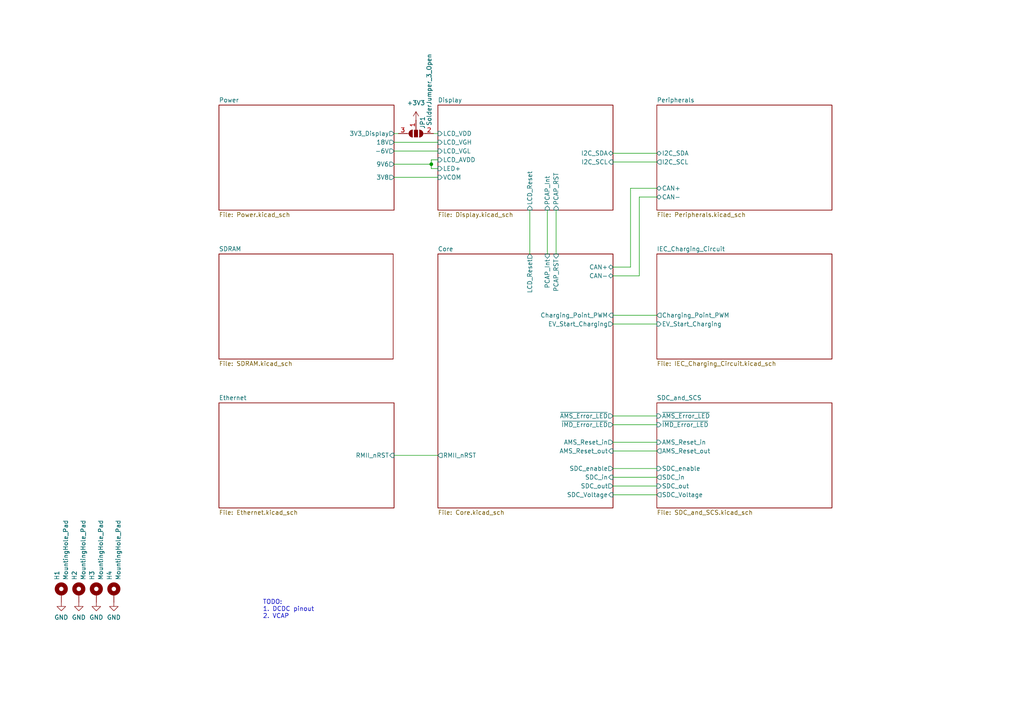
<source format=kicad_sch>
(kicad_sch (version 20250114) (generator "eeschema") (generator_version "9.0")
  (paper "A4")
  (lib_symbols
    (symbol "Jumper:SolderJumper_3_Open" (pin_names (offset 0) (hide yes)) (exclude_from_sim yes) (in_bom no)
      (property "Reference" "JP1" (at -1.905 -3.175 90))
      (property "Value" "SolderJumper_3_Open" (at -3.81 -12.7 90))
      (symbol "SolderJumper_3_Open_0_1"
        (polyline (pts (xy -2.54 0) (xy -2.032 0)))
        (polyline (pts (xy -1.016 1.016) (xy -1.016 -1.016)))
        (arc (start -1.016 -1.016) (mid -2.0276 0) (end -1.016 1.016))
        (arc (start -1.016 -1.016) (mid -2.0276 0) (end -1.016 1.016) (fill (type outline)))
        (rectangle (start -0.508 1.016) (end 0.508 -1.016) (fill (type outline)))
        (polyline (pts (xy 0 -1.27) (xy 0 -1.016)))
        (arc (start 1.016 1.016) (mid 2.0276 0) (end 1.016 -1.016))
        (arc (start 1.016 1.016) (mid 2.0276 0) (end 1.016 -1.016) (fill (type outline)))
        (polyline (pts (xy 1.016 1.016) (xy 1.016 -1.016)))
        (polyline (pts (xy 2.54 0) (xy 2.032 0)))
      )
      (symbol "SolderJumper_3_Open_1_1"
        (pin passive line (at -5.08 0 0) (length 2.54) (name "A") (number "2"))
        (pin passive line (at 0 -3.81 90) (length 2.54) (name "C") (number "1"))
        (pin passive line (at 5.08 0 180) (length 2.54) (name "B") (number "3"))
      )
    )
    (symbol "Mechanical:MountingHole_Pad" (pin_numbers (hide yes)) (pin_names (offset 1.016) (hide yes)) (in_bom no)
      (property "Reference" "H" (at 0 6.35 0))
      (property "Value" "MountingHole_Pad" (at 0 4.445 0))
      (symbol "MountingHole_Pad_0_1"
        (circle (center 0 1.27) (radius 1.27) (stroke (width 1.27)))
      )
      (symbol "MountingHole_Pad_1_1"
        (pin input line (at 0 -2.54 90) (length 2.54) (name "1") (number "1"))
      )
    )
    (symbol "power:+3V3" (power) (pin_numbers (hide yes)) (pin_names (offset 0) (hide yes))
      (property "Value" "+3V3" (at 0 3.556 0))
      (symbol "+3V3_0_1"
        (polyline (pts (xy -0.762 1.27) (xy 0 2.54)))
        (polyline (pts (xy 0 2.54) (xy 0.762 1.27)))
        (polyline (pts (xy 0 0) (xy 0 2.54)))
      )
      (symbol "+3V3_1_1"
        (pin power_in line (at 0 0 90) (length 0) (name "~") (number "1"))
      )
    )
    (symbol "power:GND" (power) (pin_numbers (hide yes)) (pin_names (offset 0) (hide yes))
      (property "Value" "GND" (at 0 -3.81 0))
      (symbol "GND_0_1"
        (polyline (pts (xy 0 0) (xy 0 -1.27) (xy 1.27 -1.27) (xy 0 -2.54) (xy -1.27 -1.27) (xy 0 -1.27)))
      )
      (symbol "GND_1_1"
        (pin power_in line (at 0 0 270) (length 0) (name "~") (number "1"))
      )
    )
  )
  (text "TODO:\n1. DCDC pinout\n2. VCAP\n\n" (at 76.2 177.8 0) (effects (font (size 1.27 1.27)) (justify left)))
  (junction (at 125.095 47.625))
  (wire (pts (xy 177.8 44.45) (xy 190.5 44.45)))
  (wire (pts (xy 177.8 46.99) (xy 190.5 46.99)))
  (wire (pts (xy 177.8 93.98) (xy 190.5 93.98)))
  (wire (pts (xy 177.8 130.81) (xy 190.5 130.81)))
  (wire (pts (xy 182.88 54.61) (xy 190.5 54.61)))
  (wire (pts (xy 190.5 57.15) (xy 185.42 57.15)))
  (wire (pts (xy 114.3 132.08) (xy 127 132.08)))
  (wire (pts (xy 114.3 47.625) (xy 125.095 47.625)))
  (wire (pts (xy 177.8 91.44) (xy 190.5 91.44)))
  (wire (pts (xy 125.095 46.355) (xy 125.095 47.625)))
  (wire (pts (xy 177.8 120.65) (xy 190.5 120.65)))
  (wire (pts (xy 177.8 77.47) (xy 182.88 77.47)))
  (wire (pts (xy 177.8 138.43) (xy 190.5 138.43)))
  (wire (pts (xy 114.3 38.735) (xy 115.57 38.735)))
  (wire (pts (xy 114.3 43.815) (xy 127 43.815)))
  (wire (pts (xy 127 46.355) (xy 125.095 46.355)))
  (wire (pts (xy 177.8 140.97) (xy 190.5 140.97)))
  (wire (pts (xy 182.88 77.47) (xy 182.88 54.61)))
  (wire (pts (xy 114.3 51.435) (xy 127 51.435)))
  (wire (pts (xy 177.8 135.89) (xy 190.5 135.89)))
  (wire (pts (xy 185.42 80.01) (xy 177.8 80.01)))
  (wire (pts (xy 153.67 60.96) (xy 153.67 73.66)))
  (wire (pts (xy 185.42 57.15) (xy 185.42 80.01)))
  (wire (pts (xy 125.095 48.895) (xy 127 48.895)))
  (wire (pts (xy 158.75 60.96) (xy 158.75 73.66)))
  (wire (pts (xy 161.29 60.96) (xy 161.29 73.66)))
  (wire (pts (xy 177.8 143.51) (xy 190.5 143.51)))
  (wire (pts (xy 114.3 41.275) (xy 127 41.275)))
  (wire (pts (xy 125.095 47.625) (xy 125.095 48.895)))
  (wire (pts (xy 177.8 123.19) (xy 190.5 123.19)))
  (wire (pts (xy 125.73 38.735) (xy 127 38.735)))
  (wire (pts (xy 177.8 128.27) (xy 190.5 128.27)))
  (symbol (lib_id "Mechanical:MountingHole_Pad") (at 27.94 172.085 0) (unit 1) (in_bom no)
    (property "Reference" "H3" (at 26.67 168.275 90) (effects (justify left)))
    (property "Value" "MountingHole_Pad" (at 29.21 168.275 90) (effects (justify left)))
    (property "Footprint" "MountingHole:MountingHole_3.2mm_M3_ISO14580_Pad_TopBottom" (effects (hide yes)))
    (property "Description" "Mounting Hole with connection" (effects (hide yes)))
  )
  (symbol (lib_id "Mechanical:MountingHole_Pad") (at 17.78 172.085 0) (unit 1) (in_bom no)
    (property "Reference" "H1" (at 16.51 168.275 90) (effects (justify left)))
    (property "Value" "MountingHole_Pad" (at 19.05 168.275 90) (effects (justify left)))
    (property "Footprint" "MountingHole:MountingHole_3.2mm_M3_ISO14580_Pad_TopBottom" (effects (hide yes)))
    (property "Description" "Mounting Hole with connection" (effects (hide yes)))
  )
  (symbol (lib_id "Mechanical:MountingHole_Pad") (at 22.86 172.085 0) (unit 1) (in_bom no)
    (property "Reference" "H2" (at 21.59 168.275 90) (effects (justify left)))
    (property "Value" "MountingHole_Pad" (at 24.13 168.275 90) (effects (justify left)))
    (property "Footprint" "MountingHole:MountingHole_3.2mm_M3_ISO14580_Pad_TopBottom" (effects (hide yes)))
    (property "Description" "Mounting Hole with connection" (effects (hide yes)))
  )
  (symbol (lib_id "power:GND") (at 33.02 174.625 0) (unit 1)
    (property "Reference" "#PWR0216" (effects (hide yes)))
    (property "Value" "GND" (at 33.02 179.07 0))
    (property "Description" "Power symbol creates a global label with name \"GND\" , ground" (effects (hide yes)))
  )
  (symbol (lib_id "Mechanical:MountingHole_Pad") (at 33.02 172.085 0) (unit 1) (in_bom no)
    (property "Reference" "H4" (at 31.75 168.275 90) (effects (justify left)))
    (property "Value" "MountingHole_Pad" (at 34.29 168.275 90) (effects (justify left)))
    (property "Footprint" "MountingHole:MountingHole_3.2mm_M3_ISO14580_Pad_TopBottom" (effects (hide yes)))
    (property "Description" "Mounting Hole with connection" (effects (hide yes)))
  )
  (symbol (lib_id "Jumper:SolderJumper_3_Open") (at 120.65 38.735 180) (unit 1) (in_bom no)
    (property "Reference" "JP1" (at 122.555 35.56 90))
    (property "Value" "SolderJumper_3_Open" (at 124.46 26.035 90))
    (property "Footprint" "Jumper:SolderJumper-3_P1.3mm_Open_RoundedPad1.0x1.5mm" (effects (hide yes)))
    (property "Description" "Solder Jumper, 3-pole, open" (effects (hide yes)))
  )
  (symbol (lib_id "power:GND") (at 22.86 174.625 0) (unit 1)
    (property "Reference" "#PWR0214" (effects (hide yes)))
    (property "Value" "GND" (at 22.86 179.07 0))
    (property "Description" "Power symbol creates a global label with name \"GND\" , ground" (effects (hide yes)))
  )
  (symbol (lib_id "power:GND") (at 17.78 174.625 0) (unit 1)
    (property "Reference" "#PWR0213" (effects (hide yes)))
    (property "Value" "GND" (at 17.78 179.07 0))
    (property "Description" "Power symbol creates a global label with name \"GND\" , ground" (effects (hide yes)))
  )
  (symbol (lib_id "power:GND") (at 27.94 174.625 0) (unit 1)
    (property "Reference" "#PWR0215" (effects (hide yes)))
    (property "Value" "GND" (at 27.94 179.07 0))
    (property "Description" "Power symbol creates a global label with name \"GND\" , ground" (effects (hide yes)))
  )
  (symbol (lib_id "power:+3V3") (at 120.65 34.925 0) (unit 1)
    (property "Reference" "#PWR01" (effects (hide yes)))
    (property "Value" "+3V3" (at 120.65 29.845 0))
    (property "Description" "Power symbol creates a global label with name \"+3V3\"" (effects (hide yes)))
  )
  (sheet (at 63.5 73.66) (size 50.546 30.48) (stroke (width 0.1524))
    (property "Sheetname" "SDRAM" (at 63.5 72.9484 0) (effects (justify left bottom)))
    (property "Sheetfile" "SDRAM.kicad_sch" (at 63.5 104.7246 0) (effects (justify left top)))
  )
  (sheet (at 127 30.48) (size 50.8 30.48) (stroke (width 0.1524))
    (property "Sheetname" "Display" (at 127 29.7684 0) (effects (justify left bottom)))
    (property "Sheetfile" "Display.kicad_sch" (at 127 61.5446 0) (effects (justify left top)))
    (pin "VCOM" input (at 127 51.435 180))
    (pin "LCD_VDD" input (at 127 38.735 180))
    (pin "LED+" input (at 127 48.895 180))
    (pin "I2C_SCL" input (at 177.8 46.99 0))
    (pin "PCAP_Int" input (at 158.75 60.96 270))
    (pin "I2C_SDA" bidirectional (at 177.8 44.45 0))
    (pin "PCAP_RST" input (at 161.29 60.96 270))
    (pin "LCD_VGH" input (at 127 41.275 180))
    (pin "LCD_VGL" input (at 127 43.815 180))
    (pin "LCD_AVDD" input (at 127 46.355 180))
    (pin "LCD_Reset" input (at 153.67 60.96 270))
  )
  (sheet (at 127 73.66) (size 50.8 73.66) (stroke (width 0.1524))
    (property "Sheetname" "Core" (at 127 72.9484 0) (effects (justify left bottom)))
    (property "Sheetfile" "Core.kicad_sch" (at 127 147.9046 0) (effects (justify left top)))
    (pin "PCAP_RST" input (at 161.29 73.66 90))
    (pin "PCAP_Int" input (at 158.75 73.66 90))
    (pin "~{AMS_Error_LED}" output (at 177.8 120.65 0))
    (pin "~{IMD_Error_LED}" output (at 177.8 123.19 0))
    (pin "SDC_enable" output (at 177.8 135.89 0))
    (pin "AMS_Reset_out" input (at 177.8 130.81 0))
    (pin "SDC_Voltage" input (at 177.8 143.51 0))
    (pin "SDC_in" input (at 177.8 138.43 0))
    (pin "SDC_out" output (at 177.8 140.97 0))
    (pin "AMS_Reset_in" output (at 177.8 128.27 0))
    (pin "EV_Start_Charging" output (at 177.8 93.98 0))
    (pin "Charging_Point_PWM" input (at 177.8 91.44 0))
    (pin "LCD_Reset" output (at 153.67 73.66 90))
    (pin "RMII_nRST" output (at 127 132.08 180))
    (pin "CAN-" bidirectional (at 177.8 80.01 0))
    (pin "CAN+" bidirectional (at 177.8 77.47 0))
  )
  (sheet (at 63.5 116.84) (size 50.8 30.48) (stroke (width 0.1524))
    (property "Sheetname" "Ethernet" (at 63.5 116.1284 0) (effects (justify left bottom)))
    (property "Sheetfile" "Ethernet.kicad_sch" (at 63.5 147.9046 0) (effects (justify left top)))
    (pin "RMII_nRST" input (at 114.3 132.08 0))
  )
  (sheet (at 190.5 116.84) (size 50.8 30.48) (stroke (width 0.1524))
    (property "Sheetname" "SDC_and_SCS" (at 190.5 116.1284 0) (effects (justify left bottom)))
    (property "Sheetfile" "SDC_and_SCS.kicad_sch" (at 190.5 147.9046 0) (effects (justify left top)))
    (pin "~{IMD_Error_LED}" input (at 190.5 123.19 180))
    (pin "~{AMS_Error_LED}" input (at 190.5 120.65 180))
    (pin "AMS_Reset_in" input (at 190.5 128.27 180))
    (pin "AMS_Reset_out" output (at 190.5 130.81 180))
    (pin "SDC_enable" input (at 190.5 135.89 180))
    (pin "SDC_in" output (at 190.5 138.43 180))
    (pin "SDC_Voltage" output (at 190.5 143.51 180))
    (pin "SDC_out" input (at 190.5 140.97 180))
  )
  (sheet (at 190.5 30.48) (size 50.8 30.48) (stroke (width 0.1524))
    (property "Sheetname" "Peripherals" (at 190.5 29.7684 0) (effects (justify left bottom)))
    (property "Sheetfile" "Peripherals.kicad_sch" (at 190.5 61.5446 0) (effects (justify left top)))
    (pin "I2C_SDA" bidirectional (at 190.5 44.45 180))
    (pin "I2C_SCL" output (at 190.5 46.99 180))
    (pin "CAN-" bidirectional (at 190.5 57.15 180))
    (pin "CAN+" bidirectional (at 190.5 54.61 180))
  )
  (sheet (at 190.5 73.66) (size 50.8 30.48) (stroke (width 0.1524))
    (property "Sheetname" "IEC_Charging_Circuit" (at 190.5 72.9484 0) (effects (justify left bottom)))
    (property "Sheetfile" "IEC_Charging_Circuit.kicad_sch" (at 190.5 104.7246 0) (effects (justify left top)))
    (pin "Charging_Point_PWM" output (at 190.5 91.44 180))
    (pin "EV_Start_Charging" input (at 190.5 93.98 180))
  )
  (sheet (at 63.5 30.48) (size 50.8 30.48) (stroke (width 0.1524))
    (property "Sheetname" "Power" (at 63.5 29.7684 0) (effects (justify left bottom)))
    (property "Sheetfile" "Power.kicad_sch" (at 63.5 61.5446 0) (effects (justify left top)))
    (pin "3V3_Display" output (at 114.3 38.735 0))
    (pin "3V8" output (at 114.3 51.435 0))
    (pin "18V" output (at 114.3 41.275 0))
    (pin "-6V" output (at 114.3 43.815 0))
    (pin "9V6" output (at 114.3 47.625 0))
  )
)
</source>
